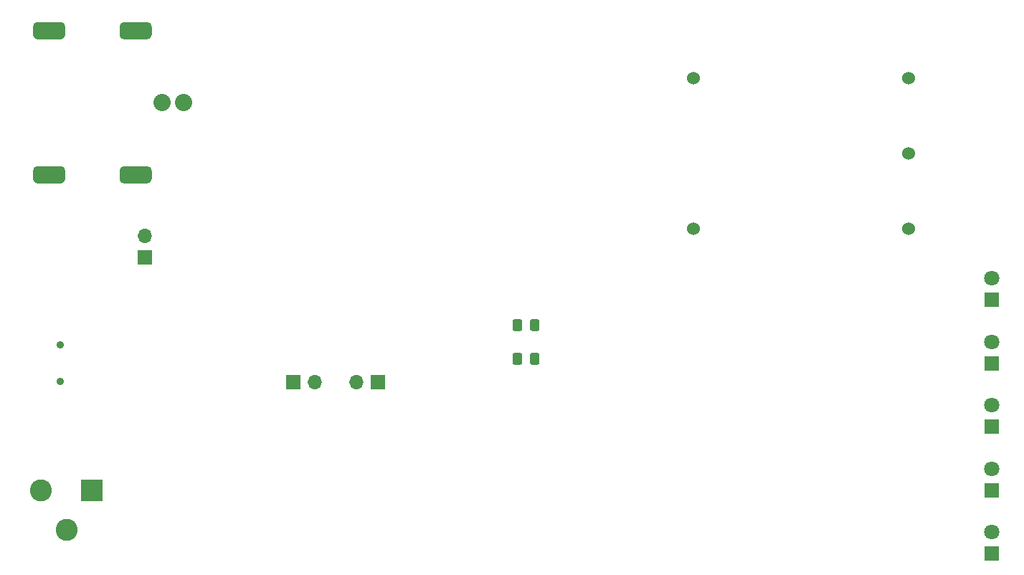
<source format=gbr>
%TF.GenerationSoftware,KiCad,Pcbnew,(5.1.9)-1*%
%TF.CreationDate,2021-11-04T09:29:35-05:00*%
%TF.ProjectId,simple-gpsdo,73696d70-6c65-42d6-9770-73646f2e6b69,E*%
%TF.SameCoordinates,Original*%
%TF.FileFunction,Soldermask,Bot*%
%TF.FilePolarity,Negative*%
%FSLAX46Y46*%
G04 Gerber Fmt 4.6, Leading zero omitted, Abs format (unit mm)*
G04 Created by KiCad (PCBNEW (5.1.9)-1) date 2021-11-04 09:29:35*
%MOMM*%
%LPD*%
G01*
G04 APERTURE LIST*
%ADD10C,1.524000*%
%ADD11R,2.600000X2.600000*%
%ADD12C,2.600000*%
%ADD13C,2.032000*%
%ADD14R,1.700000X1.700000*%
%ADD15O,1.700000X1.700000*%
%ADD16C,1.800000*%
%ADD17R,1.800000X1.800000*%
%ADD18C,0.900000*%
G04 APERTURE END LIST*
D10*
%TO.C,Y2*%
X180200000Y-106640000D03*
X180200000Y-97750000D03*
X180200000Y-88860000D03*
X154800000Y-88860000D03*
X154800000Y-106640000D03*
%TD*%
%TO.C,C4*%
G36*
G01*
X136600000Y-121549999D02*
X136600000Y-122450001D01*
G75*
G02*
X136350001Y-122700000I-249999J0D01*
G01*
X135699999Y-122700000D01*
G75*
G02*
X135450000Y-122450001I0J249999D01*
G01*
X135450000Y-121549999D01*
G75*
G02*
X135699999Y-121300000I249999J0D01*
G01*
X136350001Y-121300000D01*
G75*
G02*
X136600000Y-121549999I0J-249999D01*
G01*
G37*
G36*
G01*
X134550000Y-121549999D02*
X134550000Y-122450001D01*
G75*
G02*
X134300001Y-122700000I-249999J0D01*
G01*
X133649999Y-122700000D01*
G75*
G02*
X133400000Y-122450001I0J249999D01*
G01*
X133400000Y-121549999D01*
G75*
G02*
X133649999Y-121300000I249999J0D01*
G01*
X134300001Y-121300000D01*
G75*
G02*
X134550000Y-121549999I0J-249999D01*
G01*
G37*
%TD*%
%TO.C,C6*%
G36*
G01*
X135450000Y-118450001D02*
X135450000Y-117549999D01*
G75*
G02*
X135699999Y-117300000I249999J0D01*
G01*
X136350001Y-117300000D01*
G75*
G02*
X136600000Y-117549999I0J-249999D01*
G01*
X136600000Y-118450001D01*
G75*
G02*
X136350001Y-118700000I-249999J0D01*
G01*
X135699999Y-118700000D01*
G75*
G02*
X135450000Y-118450001I0J249999D01*
G01*
G37*
G36*
G01*
X133400000Y-118450001D02*
X133400000Y-117549999D01*
G75*
G02*
X133649999Y-117300000I249999J0D01*
G01*
X134300001Y-117300000D01*
G75*
G02*
X134550000Y-117549999I0J-249999D01*
G01*
X134550000Y-118450001D01*
G75*
G02*
X134300001Y-118700000I-249999J0D01*
G01*
X133649999Y-118700000D01*
G75*
G02*
X133400000Y-118450001I0J249999D01*
G01*
G37*
%TD*%
D11*
%TO.C,J2*%
X83750000Y-137500000D03*
D12*
X77750000Y-137500000D03*
X80750000Y-142200000D03*
%TD*%
D13*
%TO.C,J8*%
X92000000Y-91750000D03*
X94590800Y-91750000D03*
G36*
G01*
X87504200Y-99243000D02*
X90298200Y-99243000D01*
G75*
G02*
X90806200Y-99751000I0J-508000D01*
G01*
X90806200Y-100767000D01*
G75*
G02*
X90298200Y-101275000I-508000J0D01*
G01*
X87504200Y-101275000D01*
G75*
G02*
X86996200Y-100767000I0J508000D01*
G01*
X86996200Y-99751000D01*
G75*
G02*
X87504200Y-99243000I508000J0D01*
G01*
G37*
G36*
G01*
X87504200Y-82225000D02*
X90298200Y-82225000D01*
G75*
G02*
X90806200Y-82733000I0J-508000D01*
G01*
X90806200Y-83749000D01*
G75*
G02*
X90298200Y-84257000I-508000J0D01*
G01*
X87504200Y-84257000D01*
G75*
G02*
X86996200Y-83749000I0J508000D01*
G01*
X86996200Y-82733000D01*
G75*
G02*
X87504200Y-82225000I508000J0D01*
G01*
G37*
G36*
G01*
X77293400Y-99243000D02*
X80087400Y-99243000D01*
G75*
G02*
X80595400Y-99751000I0J-508000D01*
G01*
X80595400Y-100767000D01*
G75*
G02*
X80087400Y-101275000I-508000J0D01*
G01*
X77293400Y-101275000D01*
G75*
G02*
X76785400Y-100767000I0J508000D01*
G01*
X76785400Y-99751000D01*
G75*
G02*
X77293400Y-99243000I508000J0D01*
G01*
G37*
G36*
G01*
X77293400Y-82225000D02*
X80087400Y-82225000D01*
G75*
G02*
X80595400Y-82733000I0J-508000D01*
G01*
X80595400Y-83749000D01*
G75*
G02*
X80087400Y-84257000I-508000J0D01*
G01*
X77293400Y-84257000D01*
G75*
G02*
X76785400Y-83749000I0J508000D01*
G01*
X76785400Y-82733000D01*
G75*
G02*
X77293400Y-82225000I508000J0D01*
G01*
G37*
%TD*%
D14*
%TO.C,JP2*%
X117500000Y-124750000D03*
D15*
X114960000Y-124750000D03*
%TD*%
D14*
%TO.C,J1*%
X90000000Y-110000000D03*
D15*
X90000000Y-107460000D03*
%TD*%
D16*
%TO.C,D2*%
X190000000Y-134960000D03*
D17*
X190000000Y-137500000D03*
%TD*%
%TO.C,D3*%
X190000000Y-122500000D03*
D16*
X190000000Y-119960000D03*
%TD*%
%TO.C,D4*%
X190000000Y-142460000D03*
D17*
X190000000Y-145000000D03*
%TD*%
%TO.C,D5*%
X190000000Y-130000000D03*
D16*
X190000000Y-127460000D03*
%TD*%
D18*
%TO.C,J6*%
X80000000Y-120300000D03*
X80000000Y-124700000D03*
%TD*%
D14*
%TO.C,SW1*%
X107500000Y-124750000D03*
D15*
X110040000Y-124750000D03*
%TD*%
D17*
%TO.C,D6*%
X190000000Y-115040000D03*
D16*
X190000000Y-112500000D03*
%TD*%
M02*

</source>
